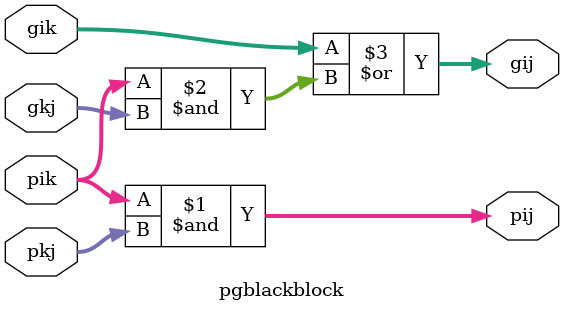
<source format=sv>
module pgblackblock(input logic [7:0] pik, gik, pkj, gkj,
							output logic [7:0] pij, gij);

	assign pij = pik & pkj;
	assign gij = gik | (pik & gkj);

endmodule
</source>
